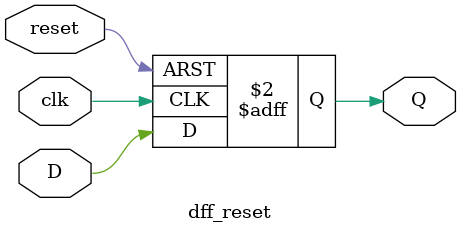
<source format=v>
module dff_reset (input clk, input reset,input D, output reg Q);
    always @(posedge clk or posedge reset) begin
        if (reset) begin
            Q = 0;  // reset
        end else begin
            Q = D;     // update output if enable is high
        end
    end
endmodule

</source>
